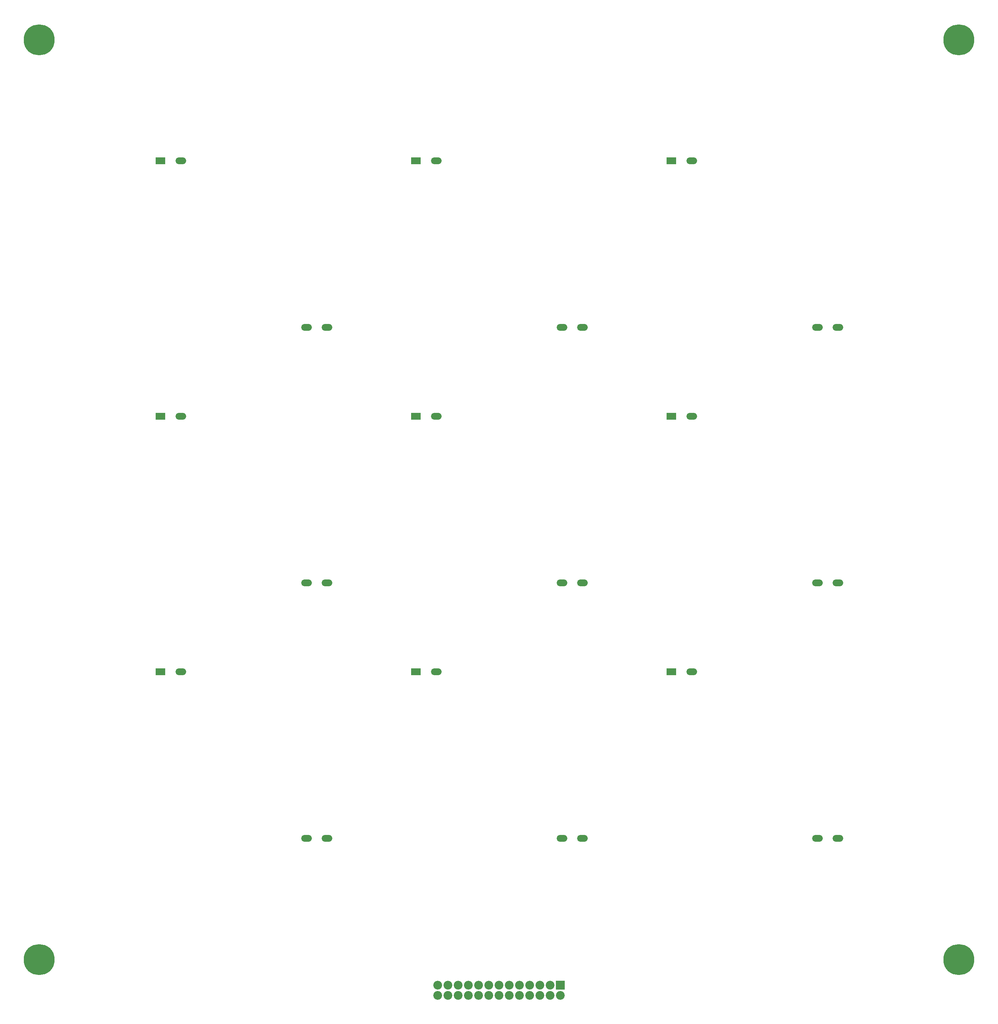
<source format=gbr>
G04 #@! TF.FileFunction,Soldermask,Top*
%FSLAX46Y46*%
G04 Gerber Fmt 4.6, Leading zero omitted, Abs format (unit mm)*
G04 Created by KiCad (PCBNEW 4.0.7-e2-6376~58~ubuntu16.04.1) date Wed Nov 28 15:41:44 2018*
%MOMM*%
%LPD*%
G01*
G04 APERTURE LIST*
%ADD10C,0.100000*%
%ADD11C,7.689800*%
%ADD12R,2.178000X2.178000*%
%ADD13C,2.178000*%
%ADD14R,2.432000X1.670000*%
%ADD15O,2.686000X1.670000*%
G04 APERTURE END LIST*
D10*
D11*
X38100000Y-38100000D03*
X266700000Y-38100000D03*
X266700000Y-266700000D03*
X38100000Y-266700000D03*
D12*
X167640000Y-273050000D03*
D13*
X167640000Y-275590000D03*
X165100000Y-273050000D03*
X165100000Y-275590000D03*
X162560000Y-273050000D03*
X162560000Y-275590000D03*
X160020000Y-273050000D03*
X160020000Y-275590000D03*
X157480000Y-273050000D03*
X157480000Y-275590000D03*
X154940000Y-273050000D03*
X154940000Y-275590000D03*
X152400000Y-273050000D03*
X152400000Y-275590000D03*
X149860000Y-273050000D03*
X149860000Y-275590000D03*
X147320000Y-273050000D03*
X147320000Y-275590000D03*
X144780000Y-273050000D03*
X144780000Y-275590000D03*
X142240000Y-273050000D03*
X142240000Y-275590000D03*
X139700000Y-273050000D03*
X139700000Y-275590000D03*
X137160000Y-273050000D03*
X137160000Y-275590000D03*
D14*
X195199000Y-195199000D03*
D15*
X200279000Y-195199000D03*
X231521000Y-236601000D03*
X236601000Y-236601000D03*
D14*
X195199000Y-131699000D03*
D15*
X200279000Y-131699000D03*
X231521000Y-173101000D03*
X236601000Y-173101000D03*
D14*
X195199000Y-68199000D03*
D15*
X200279000Y-68199000D03*
X231521000Y-109601000D03*
X236601000Y-109601000D03*
D14*
X131699000Y-195199000D03*
D15*
X136779000Y-195199000D03*
X168021000Y-236601000D03*
X173101000Y-236601000D03*
D14*
X131699000Y-131699000D03*
D15*
X136779000Y-131699000D03*
X168021000Y-173101000D03*
X173101000Y-173101000D03*
D14*
X131699000Y-68199000D03*
D15*
X136779000Y-68199000D03*
X168021000Y-109601000D03*
X173101000Y-109601000D03*
D14*
X68199000Y-195199000D03*
D15*
X73279000Y-195199000D03*
X104521000Y-236601000D03*
X109601000Y-236601000D03*
D14*
X68199000Y-131699000D03*
D15*
X73279000Y-131699000D03*
X104521000Y-173101000D03*
X109601000Y-173101000D03*
D14*
X68199000Y-68199000D03*
D15*
X73279000Y-68199000D03*
X104521000Y-109601000D03*
X109601000Y-109601000D03*
M02*

</source>
